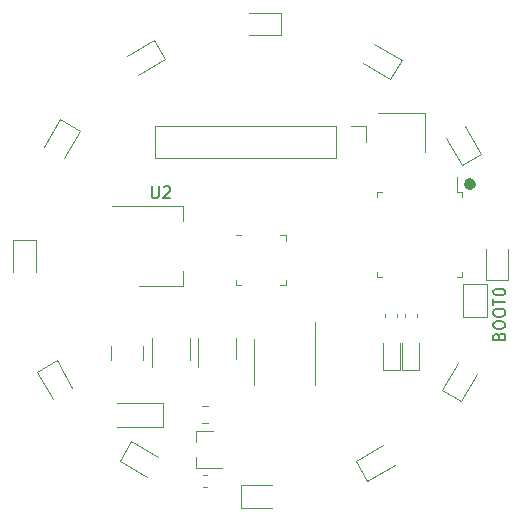
<source format=gbr>
G04 #@! TF.GenerationSoftware,KiCad,Pcbnew,(5.1.5)-3*
G04 #@! TF.CreationDate,2020-04-04T17:30:31+02:00*
G04 #@! TF.ProjectId,carteOdometrie,63617274-654f-4646-9f6d-65747269652e,rev?*
G04 #@! TF.SameCoordinates,Original*
G04 #@! TF.FileFunction,Legend,Top*
G04 #@! TF.FilePolarity,Positive*
%FSLAX46Y46*%
G04 Gerber Fmt 4.6, Leading zero omitted, Abs format (unit mm)*
G04 Created by KiCad (PCBNEW (5.1.5)-3) date 2020-04-04 17:30:31*
%MOMM*%
%LPD*%
G04 APERTURE LIST*
%ADD10C,0.750000*%
%ADD11C,0.120000*%
%ADD12C,0.150000*%
G04 APERTURE END LIST*
D10*
X17675860Y6634931D02*
X17533002Y6492074D01*
X17675860Y6349217D01*
X17818717Y6492074D01*
X17675860Y6634931D01*
X17675860Y6349217D01*
D11*
X-12557800Y4629200D02*
X-6547800Y4629200D01*
X-10307800Y-2190800D02*
X-6547800Y-2190800D01*
X-6547800Y4629200D02*
X-6547800Y3369200D01*
X-6547800Y-2190800D02*
X-6547800Y-930800D01*
X13938000Y12445000D02*
X9938000Y12445000D01*
X13938000Y9145000D02*
X13938000Y12445000D01*
X-9193000Y-6618000D02*
X-9193000Y-9068000D01*
X-5973000Y-8418000D02*
X-5973000Y-6618000D01*
X-1635000Y2110000D02*
X-2110000Y2110000D01*
X2110000Y-2110000D02*
X2110000Y-1635000D01*
X1635000Y-2110000D02*
X2110000Y-2110000D01*
X-2110000Y-2110000D02*
X-2110000Y-1635000D01*
X-1635000Y-2110000D02*
X-2110000Y-2110000D01*
X2110000Y2110000D02*
X2110000Y1635000D01*
X1635000Y2110000D02*
X2110000Y2110000D01*
X-5293000Y-6593000D02*
X-5293000Y-9043000D01*
X-2073000Y-8393000D02*
X-2073000Y-6593000D01*
X4592000Y-8636000D02*
X4592000Y-5186000D01*
X4592000Y-8636000D02*
X4592000Y-10586000D01*
X-528000Y-8636000D02*
X-528000Y-6686000D01*
X-528000Y-8636000D02*
X-528000Y-10586000D01*
X16622000Y5769000D02*
X16622000Y7059000D01*
X17072000Y5769000D02*
X16622000Y5769000D01*
X17072000Y5319000D02*
X17072000Y5769000D01*
X17072000Y-1451000D02*
X16622000Y-1451000D01*
X17072000Y-1001000D02*
X17072000Y-1451000D01*
X9852000Y5769000D02*
X10302000Y5769000D01*
X9852000Y5319000D02*
X9852000Y5769000D01*
X9852000Y-1451000D02*
X10302000Y-1451000D01*
X9852000Y-1001000D02*
X9852000Y-1451000D01*
X-4536221Y-18159000D02*
X-4861779Y-18159000D01*
X-4536221Y-19179000D02*
X-4861779Y-19179000D01*
X10539000Y-4510721D02*
X10539000Y-4836279D01*
X11559000Y-4510721D02*
X11559000Y-4836279D01*
X12190000Y-4510721D02*
X12190000Y-4836279D01*
X13210000Y-4510721D02*
X13210000Y-4836279D01*
X-5459000Y-14422000D02*
X-3999000Y-14422000D01*
X-5459000Y-17582000D02*
X-3299000Y-17582000D01*
X-5459000Y-17582000D02*
X-5459000Y-16652000D01*
X-5459000Y-14422000D02*
X-5459000Y-15352000D01*
X-12663000Y-7271936D02*
X-12663000Y-8476064D01*
X-9943000Y-7271936D02*
X-9943000Y-8476064D01*
X8950000Y11330000D02*
X8950000Y10000000D01*
X7620000Y11330000D02*
X8950000Y11330000D01*
X6350000Y11330000D02*
X6350000Y8670000D01*
X6350000Y8670000D02*
X-8950000Y8670000D01*
X6350000Y11330000D02*
X-8950000Y11330000D01*
X-8950000Y11330000D02*
X-8950000Y8670000D01*
X-11939253Y-16988884D02*
X-9613975Y-18331384D01*
X-10979253Y-15326116D02*
X-11939253Y-16988884D01*
X-8653975Y-16668616D02*
X-10979253Y-15326116D01*
X-18945884Y-9434747D02*
X-17603384Y-11760025D01*
X-17283116Y-8474747D02*
X-18945884Y-9434747D01*
X-15940616Y-10800025D02*
X-17283116Y-8474747D01*
X-20960000Y1685000D02*
X-20960000Y-1000000D01*
X-19040000Y1685000D02*
X-20960000Y1685000D01*
X-19040000Y-1000000D02*
X-19040000Y1685000D01*
X-16988884Y11939253D02*
X-18331384Y9613975D01*
X-15326116Y10979253D02*
X-16988884Y11939253D01*
X-16668616Y8653975D02*
X-15326116Y10979253D01*
X-9020747Y18673884D02*
X-11346025Y17331384D01*
X-8060747Y17011116D02*
X-9020747Y18673884D01*
X-10386025Y15668616D02*
X-8060747Y17011116D01*
X1685000Y20960000D02*
X-1000000Y20960000D01*
X1685000Y19040000D02*
X1685000Y20960000D01*
X-1000000Y19040000D02*
X1685000Y19040000D01*
X11939253Y16988884D02*
X9613975Y18331384D01*
X10979253Y15326116D02*
X11939253Y16988884D01*
X8653975Y16668616D02*
X10979253Y15326116D01*
X18673884Y9020747D02*
X17331384Y11346025D01*
X17011116Y8060747D02*
X18673884Y9020747D01*
X15668616Y10386025D02*
X17011116Y8060747D01*
X20960000Y-1685000D02*
X20960000Y1000000D01*
X19040000Y-1685000D02*
X20960000Y-1685000D01*
X19040000Y1000000D02*
X19040000Y-1685000D01*
X16988884Y-11939253D02*
X18331384Y-9613975D01*
X15326116Y-10979253D02*
X16988884Y-11939253D01*
X16668616Y-8653975D02*
X15326116Y-10979253D01*
X9020747Y-18673884D02*
X11346025Y-17331384D01*
X8060747Y-17011116D02*
X9020747Y-18673884D01*
X10386025Y-15668616D02*
X8060747Y-17011116D01*
X-1685000Y-20960000D02*
X1000000Y-20960000D01*
X-1685000Y-19040000D02*
X-1685000Y-20960000D01*
X1000000Y-19040000D02*
X-1685000Y-19040000D01*
X-8291000Y-14081000D02*
X-12191000Y-14081000D01*
X-8291000Y-12081000D02*
X-12191000Y-12081000D01*
X-8291000Y-14081000D02*
X-8291000Y-12081000D01*
X11784000Y-9257500D02*
X11784000Y-6972500D01*
X10314000Y-9257500D02*
X11784000Y-9257500D01*
X10314000Y-6972500D02*
X10314000Y-9257500D01*
X13435000Y-9257500D02*
X13435000Y-6972500D01*
X11965000Y-9257500D02*
X13435000Y-9257500D01*
X11965000Y-6972500D02*
X11965000Y-9257500D01*
X-4957578Y-13791000D02*
X-4440422Y-13791000D01*
X-4957578Y-12371000D02*
X-4440422Y-12371000D01*
X19161000Y-2029000D02*
X19161000Y-4829000D01*
X19161000Y-4829000D02*
X17161000Y-4829000D01*
X17161000Y-4829000D02*
X17161000Y-2029000D01*
X17161000Y-2029000D02*
X19161000Y-2029000D01*
D12*
X-9219704Y6266819D02*
X-9219704Y5457295D01*
X-9172085Y5362057D01*
X-9124466Y5314438D01*
X-9029228Y5266819D01*
X-8838752Y5266819D01*
X-8743514Y5314438D01*
X-8695895Y5362057D01*
X-8648276Y5457295D01*
X-8648276Y6266819D01*
X-8219704Y6171580D02*
X-8172085Y6219200D01*
X-8076847Y6266819D01*
X-7838752Y6266819D01*
X-7743514Y6219200D01*
X-7695895Y6171580D01*
X-7648276Y6076342D01*
X-7648276Y5981104D01*
X-7695895Y5838247D01*
X-8267323Y5266819D01*
X-7648276Y5266819D01*
X20169831Y-6438353D02*
X20217450Y-6295496D01*
X20265069Y-6247877D01*
X20360307Y-6200258D01*
X20503164Y-6200258D01*
X20598402Y-6247877D01*
X20646021Y-6295496D01*
X20693640Y-6390734D01*
X20693640Y-6771686D01*
X19693640Y-6771686D01*
X19693640Y-6438353D01*
X19741260Y-6343115D01*
X19788879Y-6295496D01*
X19884117Y-6247877D01*
X19979355Y-6247877D01*
X20074593Y-6295496D01*
X20122212Y-6343115D01*
X20169831Y-6438353D01*
X20169831Y-6771686D01*
X19693640Y-5581210D02*
X19693640Y-5390734D01*
X19741260Y-5295496D01*
X19836498Y-5200258D01*
X20026974Y-5152639D01*
X20360307Y-5152639D01*
X20550783Y-5200258D01*
X20646021Y-5295496D01*
X20693640Y-5390734D01*
X20693640Y-5581210D01*
X20646021Y-5676448D01*
X20550783Y-5771686D01*
X20360307Y-5819305D01*
X20026974Y-5819305D01*
X19836498Y-5771686D01*
X19741260Y-5676448D01*
X19693640Y-5581210D01*
X19693640Y-4533591D02*
X19693640Y-4343115D01*
X19741260Y-4247877D01*
X19836498Y-4152639D01*
X20026974Y-4105020D01*
X20360307Y-4105020D01*
X20550783Y-4152639D01*
X20646021Y-4247877D01*
X20693640Y-4343115D01*
X20693640Y-4533591D01*
X20646021Y-4628829D01*
X20550783Y-4724067D01*
X20360307Y-4771686D01*
X20026974Y-4771686D01*
X19836498Y-4724067D01*
X19741260Y-4628829D01*
X19693640Y-4533591D01*
X19693640Y-3819305D02*
X19693640Y-3247877D01*
X20693640Y-3533591D02*
X19693640Y-3533591D01*
X19693640Y-2724067D02*
X19693640Y-2628829D01*
X19741260Y-2533591D01*
X19788879Y-2485972D01*
X19884117Y-2438353D01*
X20074593Y-2390734D01*
X20312688Y-2390734D01*
X20503164Y-2438353D01*
X20598402Y-2485972D01*
X20646021Y-2533591D01*
X20693640Y-2628829D01*
X20693640Y-2724067D01*
X20646021Y-2819305D01*
X20598402Y-2866924D01*
X20503164Y-2914543D01*
X20312688Y-2962162D01*
X20074593Y-2962162D01*
X19884117Y-2914543D01*
X19788879Y-2866924D01*
X19741260Y-2819305D01*
X19693640Y-2724067D01*
M02*

</source>
